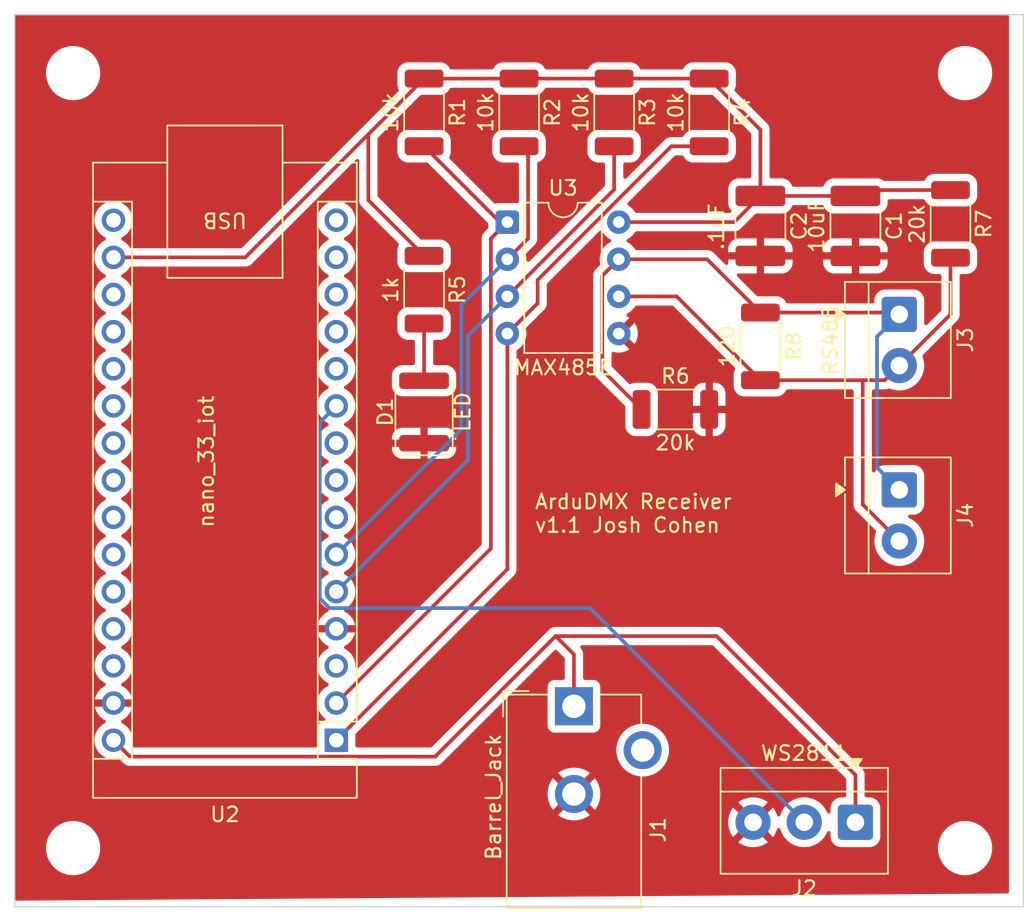
<source format=kicad_pcb>
(kicad_pcb (version 20241229) (generator "pcbnew") (generator_version "9.0")
  (layers (0 "F.Cu" signal) (2 "B.Cu" signal) (13 "F.Paste" user) (15 "B.Paste" user) (5 "F.SilkS" user "F.Silkscreen") (7 "B.SilkS" user "B.Silkscreen") (1 "F.Mask" user) (3 "B.Mask" user) (25 "Edge.Cuts" user))
  (net 0 "")
  (net 1 "GND")
  (net 2 "+3.3V")
  (net 3 "Net-(D1-A)")
  (net 4 "Net-(J3-Pin_2)")
  (net 5 "Net-(J3-Pin_1)")
  (net 6 "/RO")
  (net 7 "/RE")
  (net 8 "/DE")
  (net 9 "/DI")
  (net 10 "+5V")
  (net 11 "/cnt_sign")
  (footprint "MountingHole:MountingHole_3.2mm_M3" (layer "F.Cu") (at 115.5 40.5)
    (property "Reference" "H4" (hide yes))
    (property "Value" "MountingHole_Pad" (hide yes))
    (pad "" np_thru_hole circle (at 0 0) (size 3.2 3.2) (drill 3.2) (layers "*.Cu" "*.Mask"))
  )
  (footprint "MountingHole:MountingHole_3.2mm_M3" (layer "F.Cu") (at 54.5 40.5)
    (property "Reference" "H1" (hide yes))
    (property "Value" "MountingHole_Pad" (hide yes))
    (pad "" np_thru_hole circle (at 0 0) (size 3.2 3.2) (drill 3.2) (layers "*.Cu" "*.Mask"))
  )
  (footprint "MountingHole:MountingHole_3.2mm_M3" (layer "F.Cu") (at 54.5 93.5)
    (property "Reference" "H2" (hide yes))
    (property "Value" "MountingHole_Pad" (hide yes))
    (pad "" np_thru_hole circle (at 0 0) (size 3.2 3.2) (drill 3.2) (layers "*.Cu" "*.Mask"))
  )
  (footprint "Module:Arduino_Nano" (layer "F.Cu") (at 72.5 86.12 180)
    (property "Reference" "U2" (at 7.62 -5.08 0) (layer "F.SilkS"))
    (property "Value" "nano_33_iot" (at 8.89 19.05 90) (layer "F.SilkS"))
    (fp_line (start 16.64 39.5) (end 16.64 -3.94) (stroke (width 0.12)) (layer "F.SilkS"))
    (fp_line (start 16.64 39.5) (end 11.56 39.5) (stroke (width 0.12)) (layer "F.SilkS"))
    (fp_line (start 16.64 -3.94) (end -1.4 -3.94) (stroke (width 0.12)) (layer "F.SilkS"))
    (fp_line (start 13.97 36.83) (end 16.64 36.83) (stroke (width 0.12)) (layer "F.SilkS"))
    (fp_line (start 13.97 -1.27) (end 16.64 -1.27) (stroke (width 0.12)) (layer "F.SilkS"))
    (fp_line (start 13.97 -1.27) (end 13.97 36.83) (stroke (width 0.12)) (layer "F.SilkS"))
    (fp_line (start 11.56 42.04) (end 3.68 42.04) (stroke (width 0.12)) (layer "F.SilkS"))
    (fp_line (start 11.56 31.62) (end 11.56 42.04) (stroke (width 0.12)) (layer "F.SilkS"))
    (fp_line (start 3.68 42.04) (end 3.68 31.62) (stroke (width 0.12)) (layer "F.SilkS"))
    (fp_line (start 3.68 31.62) (end 11.56 31.62) (stroke (width 0.12)) (layer "F.SilkS"))
    (fp_line (start 1.27 36.83) (end -1.4 36.83) (stroke (width 0.12)) (layer "F.SilkS"))
    (fp_line (start 1.27 1.27) (end 1.27 36.83) (stroke (width 0.12)) (layer "F.SilkS"))
    (fp_line (start 1.27 1.27) (end 1.27 -1.27) (stroke (width 0.12)) (layer "F.SilkS"))
    (fp_line (start 1.27 1.27) (end -1.4 1.27) (stroke (width 0.12)) (layer "F.SilkS"))
    (fp_line (start 1.27 -1.27) (end -1.4 -1.27) (stroke (width 0.12)) (layer "F.SilkS"))
    (fp_line (start -1.4 39.5) (end 3.68 39.5) (stroke (width 0.12)) (layer "F.SilkS"))
    (fp_line (start -1.4 1.27) (end -1.4 39.5) (stroke (width 0.12)) (layer "F.SilkS"))
    (fp_line (start -1.4 -3.94) (end -1.4 -1.27) (stroke (width 0.12)) (layer "F.SilkS"))
    (fp_text user "USB" (at 7.62 35.56 180) (layer "F.SilkS"))
    (pad "1" thru_hole rect (at 0 0 180) (size 1.6 1.6) (drill 1) (layers "*.Cu" "*.Mask") (net 9 "/DI"))
    (pad "2" thru_hole oval (at 0 2.54 180) (size 1.6 1.6) (drill 1) (layers "*.Cu" "*.Mask") (net 6 "/RO"))
    (pad "3" thru_hole oval (at 0 5.08 180) (size 1.6 1.6) (drill 1) (layers "*.Cu" "*.Mask"))
    (pad "4" thru_hole oval (at 0 7.62 180) (size 1.6 1.6) (drill 1) (layers "*.Cu" "*.Mask") (net 1 "GND"))
    (pad "5" thru_hole oval (at 0 10.16 180) (size 1.6 1.6) (drill 1) (layers "*.Cu" "*.Mask") (net 8 "/DE"))
    (pad "6" thru_hole oval (at 0 12.7 180) (size 1.6 1.6) (drill 1) (layers "*.Cu" "*.Mask") (net 7 "/RE"))
    (pad "7" thru_hole oval (at 0 15.24 180) (size 1.6 1.6) (drill 1) (layers "*.Cu" "*.Mask"))
    (pad "8" thru_hole oval (at 0 17.78 180) (size 1.6 1.6) (drill 1) (layers "*.Cu" "*.Mask"))
    (pad "9" thru_hole oval (at 0 20.32 180) (size 1.6 1.6) (drill 1) (layers "*.Cu" "*.Mask"))
    (pad "10" thru_hole oval (at 0 22.86 180) (size 1.6 1.6) (drill 1) (layers "*.Cu" "*.Mask") (net 11 "/cnt_sign"))
    (pad "11" thru_hole oval (at 0 25.4 180) (size 1.6 1.6) (drill 1) (layers "*.Cu" "*.Mask"))
    (pad "12" thru_hole oval (at 0 27.94 180) (size 1.6 1.6) (drill 1) (layers "*.Cu" "*.Mask"))
    (pad "13" thru_hole oval (at 0 30.48 180) (size 1.6 1.6) (drill 1) (layers "*.Cu" "*.Mask"))
    (pad "14" thru_hole oval (at 0 33.02 180) (size 1.6 1.6) (drill 1) (layers "*.Cu" "*.Mask"))
    (pad "15" thru_hole oval (at 0 35.56 180) (size 1.6 1.6) (drill 1) (layers "*.Cu" "*.Mask"))
    (pad "16" thru_hole oval (at 15.24 35.56 180) (size 1.6 1.6) (drill 1) (layers "*.Cu" "*.Mask"))
    (pad "17" thru_hole oval (at 15.24 33.02 180) (size 1.6 1.6) (drill 1) (layers "*.Cu" "*.Mask") (net 2 "+3.3V"))
    (pad "18" thru_hole oval (at 15.24 30.48 180) (size 1.6 1.6) (drill 1) (layers "*.Cu" "*.Mask"))
    (pad "19" thru_hole oval (at 15.24 27.94 180) (size 1.6 1.6) (drill 1) (layers "*.Cu" "*.Mask"))
    (pad "20" thru_hole oval (at 15.24 25.4 180) (size 1.6 1.6) (drill 1) (layers "*.Cu" "*.Mask"))
    (pad "21" thru_hole oval (at 15.24 22.86 180) (size 1.6 1.6) (drill 1) (layers "*.Cu" "*.Mask"))
    (pad "22" thru_hole oval (at 15.24 20.32 180) (size 1.6 1.6) (drill 1) (layers "*.Cu" "*.Mask"))
    (pad "23" thru_hole oval (at 15.24 17.78 180) (size 1.6 1.6) (drill 1) (layers "*.Cu" "*.Mask"))
    (pad "24" thru_hole oval (at 15.24 15.24 180) (size 1.6 1.6) (drill 1) (layers "*.Cu" "*.Mask"))
    (pad "25" thru_hole oval (at 15.24 12.7 180) (size 1.6 1.6) (drill 1) (layers "*.Cu" "*.Mask"))
    (pad "26" thru_hole oval (at 15.24 10.16 180) (size 1.6 1.6) (drill 1) (layers "*.Cu" "*.Mask"))
    (pad "27" thru_hole oval (at 15.24 7.62 180) (size 1.6 1.6) (drill 1) (layers "*.Cu" "*.Mask"))
    (pad "28" thru_hole oval (at 15.24 5.08 180) (size 1.6 1.6) (drill 1) (layers "*.Cu" "*.Mask"))
    (pad "29" thru_hole oval (at 15.24 2.54 180) (size 1.6 1.6) (drill 1) (layers "*.Cu" "*.Mask") (net 1 "GND"))
    (pad "30" thru_hole oval (at 15.24 0 180) (size 1.6 1.6) (drill 1) (layers "*.Cu" "*.Mask") (net 10 "+5V"))
  )
  (footprint "Resistor_SMD:R_2010_5025Metric" (layer "F.Cu") (at 78.5 43.1875 -90)
    (property "Reference" "R1" (at 0 -2.28 90) (layer "F.SilkS"))
    (property "Value" "10k" (at 0 2.28 90) (layer "F.SilkS"))
    (fp_line (start -1.527064 1.36) (end 1.527064 1.36) (stroke (width 0.12)) (layer "F.SilkS"))
    (fp_line (start -1.527064 -1.36) (end 1.527064 -1.36) (stroke (width 0.12)) (layer "F.SilkS"))
    (pad "1" smd roundrect (at -2.3125 0 270) (size 1.225 2.65) (layers "F.Cu" "F.Mask" "F.Paste") (roundrect_rratio 0.204082) (net 2 "+3.3V"))
    (pad "2" smd roundrect (at 2.3125 0 270) (size 1.225 2.65) (layers "F.Cu" "F.Mask" "F.Paste") (roundrect_rratio 0.204082) (net 6 "/RO"))
  )
  (footprint "Resistor_SMD:R_2010_5025Metric" (layer "F.Cu") (at 101.5 59.1875 -90)
    (property "Reference" "R8" (at 0 -2.28 90) (layer "F.SilkS"))
    (property "Value" "120" (at 0 2.28 90) (layer "F.SilkS"))
    (fp_line (start -1.527064 1.36) (end 1.527064 1.36) (stroke (width 0.12)) (layer "F.SilkS"))
    (fp_line (start -1.527064 -1.36) (end 1.527064 -1.36) (stroke (width 0.12)) (layer "F.SilkS"))
    (pad "1" smd roundrect (at -2.3125 0 270) (size 1.225 2.65) (layers "F.Cu" "F.Mask" "F.Paste") (roundrect_rratio 0.204082) (net 5 "Net-(J3-Pin_1)"))
    (pad "2" smd roundrect (at 2.3125 0 270) (size 1.225 2.65) (layers "F.Cu" "F.Mask" "F.Paste") (roundrect_rratio 0.204082) (net 4 "Net-(J3-Pin_2)"))
  )
  (footprint "Connector_BarrelJack:BarrelJack_CUI_PJ-102AH_Horizontal" (layer "F.Cu") (at 88.75 83.8)
    (property "Reference" "J1" (at 5.75 8.45 90) (layer "F.SilkS"))
    (property "Value" "Barrel_Jack" (at -5.5 6.2 90) (layer "F.SilkS"))
    (fp_line (start -4.84 -1.04) (end -3.1 -1.04) (stroke (width 0.12)) (layer "F.SilkS"))
    (fp_line (start -4.84 0.7) (end -4.84 -1.04) (stroke (width 0.12)) (layer "F.SilkS"))
    (fp_line (start -4.6 -0.8) (end -1.8 -0.8) (stroke (width 0.12)) (layer "F.SilkS"))
    (fp_line (start -4.6 13.8) (end -4.6 -0.8) (stroke (width 0.12)) (layer "F.SilkS"))
    (fp_line (start 1.8 -0.8) (end 4.6 -0.8) (stroke (width 0.12)) (layer "F.SilkS"))
    (fp_line (start 4.6 -0.8) (end 4.6 1.2) (stroke (width 0.12)) (layer "F.SilkS"))
    (fp_line (start 4.6 4.8) (end 4.6 13.8) (stroke (width 0.12)) (layer "F.SilkS"))
    (fp_line (start 4.6 13.8) (end -4.6 13.8) (stroke (width 0.12)) (layer "F.SilkS"))
    (pad "1" thru_hole rect (at 0 0) (size 2.6 2.6) (drill 1.6) (layers "*.Cu" "*.Mask") (net 10 "+5V"))
    (pad "2" thru_hole circle (at 0 6) (size 2.6 2.6) (drill 1.6) (layers "*.Cu" "*.Mask") (net 1 "GND"))
    (pad "3" thru_hole circle (at 4.7 3) (size 2.6 2.6) (drill 1.6) (layers "*.Cu" "*.Mask"))
  )
  (footprint "TerminalBlock_4Ucon:TerminalBlock_4Ucon_1x02_P3.50mm_Horizontal" (layer "F.Cu") (at 111 69 -90)
    (property "Reference" "J4" (at 1.75 -4.52 90) (layer "F.SilkS"))
    (property "Value" "RS485")
    (fp_line (start -2.22 3.72) (end -0.3 3.72) (stroke (width 0.12)) (layer "F.SilkS"))
    (fp_line (start 0.3 3.72) (end 5.72 3.72) (stroke (width 0.12)) (layer "F.SilkS"))
    (fp_line (start -2.22 2.1) (end 5.72 2.1) (stroke (width 0.12)) (layer "F.SilkS"))
    (fp_line (start -2.22 -3.52) (end -2.22 3.72) (stroke (width 0.12)) (layer "F.SilkS"))
    (fp_line (start -2.22 -3.52) (end 5.72 -3.52) (stroke (width 0.12)) (layer "F.SilkS"))
    (fp_line (start 5.72 -3.52) (end 5.72 3.72) (stroke (width 0.12)) (layer "F.SilkS"))
    (fp_poly (pts (xy 0 3.72) (xy 0.44 4.33) (xy -0.44 4.33)) (stroke (width 0.12)) (fill yes) (layer "F.SilkS"))
    (pad "1" thru_hole roundrect (at 0 0 270) (size 2.4 2.4) (drill 1.2) (layers "*.Cu" "*.Mask") (roundrect_rratio 0.104167) (net 5 "Net-(J3-Pin_1)"))
    (pad "2" thru_hole circle (at 3.5 0 270) (size 2.4 2.4) (drill 1.2) (layers "*.Cu" "*.Mask") (net 4 "Net-(J3-Pin_2)"))
  )
  (footprint "Resistor_SMD:R_2010_5025Metric" (layer "F.Cu") (at 78.5 55.3125 -90)
    (property "Reference" "R5" (at 0 -2.28 90) (layer "F.SilkS"))
    (property "Value" "1k" (at 0 2.28 90) (layer "F.SilkS"))
    (fp_line (start -1.527064 1.36) (end 1.527064 1.36) (stroke (width 0.12)) (layer "F.SilkS"))
    (fp_line (start -1.527064 -1.36) (end 1.527064 -1.36) (stroke (width 0.12)) (layer "F.SilkS"))
    (pad "1" smd roundrect (at -2.3125 0 270) (size 1.225 2.65) (layers "F.Cu" "F.Mask" "F.Paste") (roundrect_rratio 0.204082) (net 2 "+3.3V"))
    (pad "2" smd roundrect (at 2.3125 0 270) (size 1.225 2.65) (layers "F.Cu" "F.Mask" "F.Paste") (roundrect_rratio 0.204082) (net 3 "Net-(D1-A)"))
  )
  (footprint "Package_DIP:DIP-8_W7.62mm" (layer "F.Cu") (at 84.195 50.69)
    (property "Reference" "U3" (at 3.81 -2.33 0) (layer "F.SilkS"))
    (property "Value" "MAX485E" (at 3.81 9.95 0) (layer "F.SilkS"))
    (fp_line (start 1.16 -1.33) (end 1.16 8.95) (stroke (width 0.12)) (layer "F.SilkS"))
    (fp_line (start 1.16 8.95) (end 6.46 8.95) (stroke (width 0.12)) (layer "F.SilkS"))
    (fp_line (start 2.81 -1.33) (end 1.16 -1.33) (stroke (width 0.12)) (layer "F.SilkS"))
    (fp_line (start 6.46 -1.33) (end 4.81 -1.33) (stroke (width 0.12)) (layer "F.SilkS"))
    (fp_line (start 6.46 8.95) (end 6.46 -1.33) (stroke (width 0.12)) (layer "F.SilkS"))
    (fp_arc (start 4.81 -1.33) (mid 3.81 -0.33) (end 2.81 -1.33) (stroke (width 0.12)) (layer "F.SilkS"))
    (pad "1" thru_hole roundrect (at 0 0) (size 1.6 1.6) (drill 0.8) (layers "*.Cu" "*.Mask") (roundrect_rratio 0.15625) (net 6 "/RO"))
    (pad "2" thru_hole circle (at 0 2.54) (size 1.6 1.6) (drill 0.8) (layers "*.Cu" "*.Mask") (net 7 "/RE"))
    (pad "3" thru_hole circle (at 0 5.08) (size 1.6 1.6) (drill 0.8) (layers "*.Cu" "*.Mask") (net 8 "/DE"))
    (pad "4" thru_hole circle (at 0 7.62) (size 1.6 1.6) (drill 0.8) (layers "*.Cu" "*.Mask") (net 9 "/DI"))
    (pad "5" thru_hole circle (at 7.62 7.62) (size 1.6 1.6) (drill 0.8) (layers "*.Cu" "*.Mask") (net 1 "GND"))
    (pad "6" thru_hole circle (at 7.62 5.08) (size 1.6 1.6) (drill 0.8) (layers "*.Cu" "*.Mask") (net 4 "Net-(J3-Pin_2)"))
    (pad "7" thru_hole circle (at 7.62 2.54) (size 1.6 1.6) (drill 0.8) (layers "*.Cu" "*.Mask") (net 5 "Net-(J3-Pin_1)"))
    (pad "8" thru_hole circle (at 7.62 0) (size 1.6 1.6) (drill 0.8) (layers "*.Cu" "*.Mask") (net 2 "+3.3V"))
  )
  (footprint "Capacitor_SMD:C_1812_4532Metric" (layer "F.Cu") (at 101.5 50.95 -90)
    (property "Reference" "C2" (at 0 -2.65 90) (layer "F.SilkS"))
    (property "Value" ".1uF" (at 0.05 3 90) (layer "F.SilkS"))
    (fp_line (start -1.161252 1.71) (end 1.161252 1.71) (stroke (width 0.12)) (layer "F.SilkS"))
    (fp_line (start -1.161252 -1.71) (end 1.161252 -1.71) (stroke (width 0.12)) (layer "F.SilkS"))
    (pad "1" smd roundrect (at -2.05 0 270) (size 1.4 3.4) (layers "F.Cu" "F.Mask" "F.Paste") (roundrect_rratio 0.178571) (net 2 "+3.3V"))
    (pad "2" smd roundrect (at 2.05 0 270) (size 1.4 3.4) (layers "F.Cu" "F.Mask" "F.Paste") (roundrect_rratio 0.178571) (net 1 "GND"))
  )
  (footprint "Resistor_SMD:R_2010_5025Metric" (layer "F.Cu") (at 98 43.1875 -90)
    (property "Reference" "R4" (at 0 -2.28 90) (layer "F.SilkS"))
    (property "Value" "10k" (at 0 2.28 90) (layer "F.SilkS"))
    (fp_line (start -1.527064 1.36) (end 1.527064 1.36) (stroke (width 0.12)) (layer "F.SilkS"))
    (fp_line (start -1.527064 -1.36) (end 1.527064 -1.36) (stroke (width 0.12)) (layer "F.SilkS"))
    (pad "1" smd roundrect (at -2.3125 0 270) (size 1.225 2.65) (layers "F.Cu" "F.Mask" "F.Paste") (roundrect_rratio 0.204082) (net 2 "+3.3V"))
    (pad "2" smd roundrect (at 2.3125 0 270) (size 1.225 2.65) (layers "F.Cu" "F.Mask" "F.Paste") (roundrect_rratio 0.204082) (net 9 "/DI"))
  )
  (footprint "Resistor_SMD:R_2010_5025Metric" (layer "F.Cu") (at 95.6875 63.5)
    (property "Reference" "R6" (at 0 -2.28 0) (layer "F.SilkS"))
    (property "Value" "20k" (at 0 2.28 0) (layer "F.SilkS"))
    (fp_line (start -1.527064 -1.36) (end 1.527064 -1.36) (stroke (width 0.12)) (layer "F.SilkS"))
    (fp_line (start -1.527064 1.36) (end 1.527064 1.36) (stroke (width 0.12)) (layer "F.SilkS"))
    (pad "1" smd roundrect (at -2.3125 0) (size 1.225 2.65) (layers "F.Cu" "F.Mask" "F.Paste") (roundrect_rratio 0.204082) (net 5 "Net-(J3-Pin_1)"))
    (pad "2" smd roundrect (at 2.3125 0) (size 1.225 2.65) (layers "F.Cu" "F.Mask" "F.Paste") (roundrect_rratio 0.204082) (net 1 "GND"))
  )
  (footprint "Resistor_SMD:R_2010_5025Metric" (layer "F.Cu") (at 91.5 43.1875 -90)
    (property "Reference" "R3" (at 0 -2.28 90) (layer "F.SilkS"))
    (property "Value" "10k" (at 0 2.28 90) (layer "F.SilkS"))
    (fp_line (start -1.527064 1.36) (end 1.527064 1.36) (stroke (width 0.12)) (layer "F.SilkS"))
    (fp_line (start -1.527064 -1.36) (end 1.527064 -1.36) (stroke (width 0.12)) (layer "F.SilkS"))
    (pad "1" smd roundrect (at -2.3125 0 270) (size 1.225 2.65) (layers "F.Cu" "F.Mask" "F.Paste") (roundrect_rratio 0.204082) (net 2 "+3.3V"))
    (pad "2" smd roundrect (at 2.3125 0 270) (size 1.225 2.65) (layers "F.Cu" "F.Mask" "F.Paste") (roundrect_rratio 0.204082) (net 8 "/DE"))
  )
  (footprint "Capacitor_SMD:C_1812_4532Metric" (layer "F.Cu") (at 108 50.95 -90)
    (property "Reference" "C1" (at 0 -2.65 90) (layer "F.SilkS"))
    (property "Value" "10uF" (at 0 2.65 90) (layer "F.SilkS"))
    (fp_line (start -1.161252 1.71) (end 1.161252 1.71) (stroke (width 0.12)) (layer "F.SilkS"))
    (fp_line (start -1.161252 -1.71) (end 1.161252 -1.71) (stroke (width 0.12)) (layer "F.SilkS"))
    (pad "1" smd roundrect (at -2.05 0 270) (size 1.4 3.4) (layers "F.Cu" "F.Mask" "F.Paste") (roundrect_rratio 0.178571) (net 2 "+3.3V"))
    (pad "2" smd roundrect (at 2.05 0 270) (size 1.4 3.4) (layers "F.Cu" "F.Mask" "F.Paste") (roundrect_rratio 0.178571) (net 1 "GND"))
  )
  (footprint "Resistor_SMD:R_2010_5025Metric" (layer "F.Cu") (at 85 43.1875 -90)
    (property "Reference" "R2" (at 0 -2.28 90) (layer "F.SilkS"))
    (property "Value" "10k" (at 0 2.28 90) (layer "F.SilkS"))
    (fp_line (start -1.527064 1.36) (end 1.527064 1.36) (stroke (width 0.12)) (layer "F.SilkS"))
    (fp_line (start -1.527064 -1.36) (end 1.527064 -1.36) (stroke (width 0.12)) (layer "F.SilkS"))
    (pad "1" smd roundrect (at -2.3125 0 270) (size 1.225 2.65) (layers "F.Cu" "F.Mask" "F.Paste") (roundrect_rratio 0.204082) (net 2 "+3.3V"))
    (pad "2" smd roundrect (at 2.3125 0 270) (size 1.225 2.65) (layers "F.Cu" "F.Mask" "F.Paste") (roundrect_rratio 0.204082) (net 7 "/RE"))
  )
  (footprint "TerminalBlock_4Ucon:TerminalBlock_4Ucon_1x02_P3.50mm_Horizontal" (layer "F.Cu") (at 111 57 -90)
    (property "Reference" "J3" (at 1.75 -4.52 90) (layer "F.SilkS"))
    (property "Value" "RS485" (at 1.75 4.72 90) (layer "F.SilkS"))
    (fp_line (start -2.22 3.72) (end -0.3 3.72) (stroke (width 0.12)) (layer "F.SilkS"))
    (fp_line (start 0.3 3.72) (end 5.72 3.72) (stroke (width 0.12)) (layer "F.SilkS"))
    (fp_line (start -2.22 2.1) (end 5.72 2.1) (stroke (width 0.12)) (layer "F.SilkS"))
    (fp_line (start -2.22 -3.52) (end -2.22 3.72) (stroke (width 0.12)) (layer "F.SilkS"))
    (fp_line (start -2.22 -3.52) (end 5.72 -3.52) (stroke (width 0.12)) (layer "F.SilkS"))
    (fp_line (start 5.72 -3.52) (end 5.72 3.72) (stroke (width 0.12)) (layer "F.SilkS"))
    (fp_poly (pts (xy 0 3.72) (xy 0.44 4.33) (xy -0.44 4.33)) (stroke (width 0.12)) (fill yes) (layer "F.SilkS"))
    (pad "1" thru_hole roundrect (at 0 0 270) (size 2.4 2.4) (drill 1.2) (layers "*.Cu" "*.Mask") (roundrect_rratio 0.104167) (net 5 "Net-(J3-Pin_1)"))
    (pad "2" thru_hole circle (at 3.5 0 270) (size 2.4 2.4) (drill 1.2) (layers "*.Cu" "*.Mask") (net 4 "Net-(J3-Pin_2)"))
  )
  (footprint "Resistor_SMD:R_2010_5025Metric" (layer "F.Cu") (at 114.5 50.8125 -90)
    (property "Reference" "R7" (at 0 -2.28 90) (layer "F.SilkS"))
    (property "Value" "20k" (at 0 2.28 90) (layer "F.SilkS"))
    (fp_line (start -1.527064 1.36) (end 1.527064 1.36) (stroke (width 0.12)) (layer "F.SilkS"))
    (fp_line (start -1.527064 -1.36) (end 1.527064 -1.36) (stroke (width 0.12)) (layer "F.SilkS"))
    (pad "1" smd roundrect (at -2.3125 0 270) (size 1.225 2.65) (layers "F.Cu" "F.Mask" "F.Paste") (roundrect_rratio 0.204082) (net 2 "+3.3V"))
    (pad "2" smd roundrect (at 2.3125 0 270) (size 1.225 2.65) (layers "F.Cu" "F.Mask" "F.Paste") (roundrect_rratio 0.204082) (net 4 "Net-(J3-Pin_2)"))
  )
  (footprint "MountingHole:MountingHole_3.2mm_M3" (layer "F.Cu") (at 115.5 93.5)
    (property "Reference" "H3" (hide yes))
    (property "Value" "MountingHole_Pad" (hide yes))
    (pad "" np_thru_hole circle (at 0 0) (size 3.2 3.2) (drill 3.2) (layers "*.Cu" "*.Mask"))
  )
  (footprint "TerminalBlock_4Ucon:TerminalBlock_4Ucon_1x03_P3.50mm_Horizontal" (layer "F.Cu") (at 108 91.7325 180)
    (property "Reference" "J2" (at 3.5 -4.52 0) (layer "F.SilkS"))
    (property "Value" "WS2811" (at 3.5 4.72 0) (layer "F.SilkS"))
    (fp_line (start 9.22 -3.52) (end 9.22 3.72) (stroke (width 0.12)) (layer "F.SilkS"))
    (fp_line (start 0.3 3.72) (end 9.22 3.72) (stroke (width 0.12)) (layer "F.SilkS"))
    (fp_line (start -2.22 3.72) (end -0.3 3.72) (stroke (width 0.12)) (layer "F.SilkS"))
    (fp_line (start -2.22 2.1) (end 9.22 2.1) (stroke (width 0.12)) (layer "F.SilkS"))
    (fp_line (start -2.22 -3.52) (end 9.22 -3.52) (stroke (width 0.12)) (layer "F.SilkS"))
    (fp_line (start -2.22 -3.52) (end -2.22 3.72) (stroke (width 0.12)) (layer "F.SilkS"))
    (fp_poly (pts (xy 0 3.72) (xy 0.44 4.33) (xy -0.44 4.33)) (stroke (width 0.12)) (fill yes) (layer "F.SilkS"))
    (pad "1" thru_hole roundrect (at 0 0 180) (size 2.4 2.4) (drill 1.2) (layers "*.Cu" "*.Mask") (roundrect_rratio 0.104167) (net 10 "+5V"))
    (pad "2" thru_hole circle (at 3.5 0 180) (size 2.4 2.4) (drill 1.2) (layers "*.Cu" "*.Mask") (net 11 "/cnt_sign"))
    (pad "3" thru_hole circle (at 7 0 180) (size 2.4 2.4) (drill 1.2) (layers "*.Cu" "*.Mask") (net 1 "GND"))
  )
  (footprint "LED_SMD:LED_1812_4532Metric" (layer "F.Cu") (at 78.5 63.675 90)
    (property "Reference" "D1" (at 0 -2.65 90) (layer "F.SilkS"))
    (property "Value" "LED" (at 0 2.65 90) (layer "F.SilkS"))
    (fp_line (start 2.25 -1.96) (end -2.96 -1.96) (stroke (width 0.12)) (layer "F.SilkS"))
    (fp_line (start -2.96 -1.96) (end -2.96 1.96) (stroke (width 0.12)) (layer "F.SilkS"))
    (fp_line (start -2.96 1.96) (end 2.25 1.96) (stroke (width 0.12)) (layer "F.SilkS"))
    (pad "1" smd roundrect (at -2.1375 0 90) (size 1.125 3.4) (layers "F.Cu" "F.Mask" "F.Paste") (roundrect_rratio 0.222222) (net 1 "GND"))
    (pad "2" smd roundrect (at 2.1375 0 90) (size 1.125 3.4) (layers "F.Cu" "F.Mask" "F.Paste") (roundrect_rratio 0.222222) (net 3 "Net-(D1-A)"))
  )
  (gr_rect (start 50.5 36.5) (end 119.5 97.5) (stroke (width 0.1)) (fill no) (layer "Edge.Cuts"))
  (gr_text "ArduDMX Receiver\nv1.1 Josh Cohen" (at 86 72 0) (layer "F.SilkS") (effects (font (size 1 1)) (justify left bottom)))
  (segment (start 98 40.875) (end 101.5 44.375) (width 0.25) (layer "F.Cu") (net 2))
  (segment (start 99.71 50.69) (end 101.5 48.9) (width 0.25) (layer "F.Cu") (net 2))
  (segment (start 74.6875 49.1875) (end 78.5 53) (width 0.25) (layer "F.Cu") (net 2))
  (segment (start 78.5 40.875) (end 85 40.875) (width 0.25) (layer "F.Cu") (net 2))
  (segment (start 74.6875 44.6875) (end 74.6875 49.1875) (width 0.25) (layer "F.Cu") (net 2))
  (segment (start 74.6875 44.6875) (end 78.5 40.875) (width 0.25) (layer "F.Cu") (net 2))
  (segment (start 91.5 40.875) (end 98 40.875) (width 0.25) (layer "F.Cu") (net 2))
  (segment (start 108.4 48.5) (end 108 48.9) (width 0.25) (layer "F.Cu") (net 2))
  (segment (start 101.5 48.9) (end 108 48.9) (width 0.25) (layer "F.Cu") (net 2))
  (segment (start 114.5 48.5) (end 108.4 48.5) (width 0.25) (layer "F.Cu") (net 2))
  (segment (start 66.275 53.1) (end 74.6875 44.6875) (width 0.25) (layer "F.Cu") (net 2))
  (segment (start 91.815 50.69) (end 99.71 50.69) (width 0.25) (layer "F.Cu") (net 2))
  (segment (start 101.5 44.375) (end 101.5 48.9) (width 0.25) (layer "F.Cu") (net 2))
  (segment (start 85 40.875) (end 91.5 40.875) (width 0.25) (layer "F.Cu") (net 2))
  (segment (start 57.26 53.1) (end 66.275 53.1) (width 0.25) (layer "F.Cu") (net 2))
  (segment (start 78.5 61.5375) (end 78.5 57.625) (width 0.25) (layer "F.Cu") (net 3))
  (segment (start 91.815 55.77) (end 95.77 55.77) (width 0.25) (layer "F.Cu") (net 4))
  (segment (start 114.5 57) (end 114.5 53.125) (width 0.25) (layer "F.Cu") (net 4))
  (segment (start 101.5 61.5) (end 108.5 61.5) (width 0.25) (layer "F.Cu") (net 4))
  (segment (start 110 61.5) (end 111 60.5) (width 0.25) (layer "F.Cu") (net 4))
  (segment (start 111 60.5) (end 114.5 57) (width 0.25) (layer "F.Cu") (net 4))
  (segment (start 111 72.5) (end 108.5 70) (width 0.25) (layer "F.Cu") (net 4))
  (segment (start 108.5 70) (end 108.5 61.5) (width 0.25) (layer "F.Cu") (net 4))
  (segment (start 108.5 61.5) (end 110 61.5) (width 0.25) (layer "F.Cu") (net 4))
  (segment (start 95.77 55.77) (end 101.5 61.5) (width 0.25) (layer "F.Cu") (net 4))
  (segment (start 110.875 56.875) (end 111 57) (width 0.25) (layer "F.Cu") (net 5))
  (segment (start 90.689 54.356) (end 90.689 60.814) (width 0.25) (layer "F.Cu") (net 5))
  (segment (start 97.855 53.23) (end 101.5 56.875) (width 0.25) (layer "F.Cu") (net 5))
  (segment (start 91.815 53.23) (end 97.855 53.23) (width 0.25) (layer "F.Cu") (net 5))
  (segment (start 101.5 56.875) (end 110.875 56.875) (width 0.25) (layer "F.Cu") (net 5))
  (segment (start 91.815 53.23) (end 90.689 54.356) (width 0.25) (layer "F.Cu") (net 5))
  (segment (start 90.689 60.814) (end 93.375 63.5) (width 0.25) (layer "F.Cu") (net 5))
  (segment (start 109.474 58.526) (end 111 57) (width 0.25) (layer "B.Cu") (net 5))
  (segment (start 111 69) (end 109.474 67.474) (width 0.25) (layer "B.Cu") (net 5))
  (segment (start 109.474 67.474) (end 109.474 58.526) (width 0.25) (layer "B.Cu") (net 5))
  (segment (start 78.5 45.5) (end 83.69 50.69) (width 0.25) (layer "F.Cu") (net 6))
  (segment (start 83.69 50.69) (end 84.195 50.69) (width 0.25) (layer "F.Cu") (net 6))
  (segment (start 83.069 51.816) (end 83.069 73.011) (width 0.25) (layer "F.Cu") (net 6))
  (segment (start 83.069 73.011) (end 72.5 83.58) (width 0.25) (layer "F.Cu") (net 6))
  (segment (start 84.195 50.69) (end 83.069 51.816) (width 0.25) (layer "F.Cu") (net 6))
  (segment (start 85.6125 51.8125) (end 84.195 53.23) (width 0.25) (layer "F.Cu") (net 7))
  (segment (start 85 45.5) (end 85.6125 46.1125) (width 0.25) (layer "F.Cu") (net 7))
  (segment (start 85.6125 46.1125) (end 85.6125 51.8125) (width 0.25) (layer "F.Cu") (net 7))
  (segment (start 84.195 53.23) (end 81.049 56.376) (width 0.25) (layer "B.Cu") (net 7))
  (segment (start 81.049 56.376) (end 81.049 64.871) (width 0.25) (layer "B.Cu") (net 7))
  (segment (start 81.049 64.871) (end 72.5 73.42) (width 0.25) (layer "B.Cu") (net 7))
  (segment (start 91.5 45.5) (end 91.5 48.465) (width 0.25) (layer "F.Cu") (net 8))
  (segment (start 91.5 48.465) (end 84.195 55.77) (width 0.25) (layer "F.Cu") (net 8))
  (segment (start 81.5 66.96) (end 72.5 75.96) (width 0.25) (layer "B.Cu") (net 8))
  (segment (start 81.5 58.465) (end 81.5 66.96) (width 0.25) (layer "B.Cu") (net 8))
  (segment (start 84.195 55.77) (end 81.5 58.465) (width 0.25) (layer "B.Cu") (net 8))
  (segment (start 84.195 58.31) (end 84.195 74.425) (width 0.25) (layer "F.Cu") (net 9))
  (segment (start 95.412595 45.5) (end 86.268595 54.644) (width 0.25) (layer "F.Cu") (net 9))
  (segment (start 86.268595 54.644) (end 86.268595 56.236405) (width 0.25) (layer "F.Cu") (net 9))
  (segment (start 84.195 74.425) (end 72.5 86.12) (width 0.25) (layer "F.Cu") (net 9))
  (segment (start 86.268595 56.236405) (end 84.195 58.31) (width 0.25) (layer "F.Cu") (net 9))
  (segment (start 98 45.5) (end 95.412595 45.5) (width 0.25) (layer "F.Cu") (net 9))
  (segment (start 88.75 83.8) (end 88.75 80.25) (width 0.25) (layer "F.Cu") (net 10))
  (segment (start 58.386 87.246) (end 57.26 86.12) (width 0.25) (layer "F.Cu") (net 10))
  (segment (start 108 88.5) (end 98.5 79) (width 0.25) (layer "F.Cu") (net 10))
  (segment (start 88.75 80.25) (end 87.5 79) (width 0.25) (layer "F.Cu") (net 10))
  (segment (start 79.254 87.246) (end 58.386 87.246) (width 0.25) (layer "F.Cu") (net 10))
  (segment (start 108 91.7325) (end 108 88.5) (width 0.25) (layer "F.Cu") (net 10))
  (segment (start 98.5 79) (end 87.5 79) (width 0.25) (layer "F.Cu") (net 10))
  (segment (start 87.5 79) (end 79.254 87.246) (width 0.25) (layer "F.Cu") (net 10))
  (segment (start 71.374 64.386) (end 72.5 63.26) (width 0.25) (layer "B.Cu") (net 11))
  (segment (start 72.033595 77.086) (end 71.374 76.426405) (width 0.25) (layer "B.Cu") (net 11))
  (segment (start 71.374 76.426405) (end 71.374 64.386) (width 0.25) (layer "B.Cu") (net 11))
  (segment (start 104.5 91.7325) (end 89.8535 77.086) (width 0.25) (layer "B.Cu") (net 11))
  (segment (start 89.8535 77.086) (end 72.033595 77.086) (width 0.25) (layer "B.Cu") (net 11))
  (zone (net 1) (net_name "GND") (layer "F.Cu") (connect_pads (clearance 0.5)) (min_thickness 0.25) (fill yes (thermal_gap 0.5) (thermal_bridge_width 0.5))
    (polygon (pts (xy 49.5 97.101447) (xy 118.5 96.601447) (xy 118.5 35.5) (xy 49.5 35.5)))
  )
)
</source>
